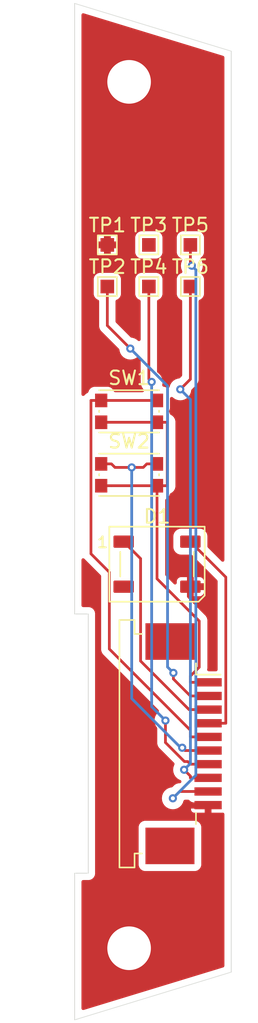
<source format=kicad_pcb>
(kicad_pcb (version 20240108) (generator "pcbnew") (generator_version "8.0")
  (layers (0 "F.Cu" signal) (31 "B.Cu" signal) (34 "B.Paste" user) (35 "F.Paste" user) (36 "B.SilkS" user "B.Silkscreen") (37 "F.SilkS" user "F.Silkscreen") (38 "B.Mask" user) (39 "F.Mask" user) (44 "Edge.Cuts" user))
  (net 0 "")
  (net 1 "3V")
  (net 2 "GND")
  (net 3 "LED_T")
  (net 5 "T_DOWN")
  (net 6 "T_UP")
  (net 7 "T_LEFT")
  (net 8 "T_RIGHT")
  (net 9 "A")
  (net 10 "11")
  (net 11 "1")
  (footprint "TestPoint:TestPoint_Pad_1.0x1.0mm" (layer "F.Cu") (at 152.4 75.5)
    (property "Reference" "TP2" (at 0 -1.448 0) (layer "F.SilkS"))
    (property "Value" "TestPoint")
    (fp_line (start -0.7 -0.7) (end 0.7 -0.7) (stroke (width 0.12)) (layer "F.SilkS"))
    (fp_line (start -0.7 0.7) (end -0.7 -0.7) (stroke (width 0.12)) (layer "F.SilkS"))
    (fp_line (start 0.7 -0.7) (end 0.7 0.7) (stroke (width 0.12)) (layer "F.SilkS"))
    (fp_line (start 0.7 0.7) (end -0.7 0.7) (stroke (width 0.12)) (layer "F.SilkS"))
    (pad "1" smd rect (at 0 0) (size 1 1) (layers "F.Cu" "F.Mask") (net 5 "T_DOWN"))
  )
  (footprint "Button_Switch_SMD:SW_Push_1P1T_NO_CK_KMR2" (layer "F.Cu") (at 154 84.65)
    (property "Reference" "SW1" (at 0 -2.45 0) (layer "F.SilkS"))
    (property "Value" "SW_SPST")
    (fp_line (start -2.2 0.05) (end -2.2 -0.05) (stroke (width 0.12)) (layer "F.SilkS"))
    (fp_line (start -2.2 1.55) (end 2.2 1.55) (stroke (width 0.12)) (layer "F.SilkS"))
    (fp_line (start 2.2 -1.55) (end -2.2 -1.55) (stroke (width 0.12)) (layer "F.SilkS"))
    (fp_line (start 2.2 0.05) (end 2.2 -0.05) (stroke (width 0.12)) (layer "F.SilkS"))
    (pad "1" smd rect (at -2.05 -0.8) (size 0.9 1) (layers "F.Cu" "F.Paste" "F.Mask") (net 10 "11"))
    (pad "1" smd rect (at 2.05 -0.8) (size 0.9 1) (layers "F.Cu" "F.Paste" "F.Mask") (net 10 "11"))
    (pad "2" smd rect (at -2.05 0.8) (size 0.9 1) (layers "F.Cu" "F.Paste" "F.Mask") (net 9 "A"))
    (pad "2" smd rect (at 2.05 0.8) (size 0.9 1) (layers "F.Cu" "F.Paste" "F.Mask") (net 9 "A"))
  )
  (footprint "TestPoint:TestPoint_Pad_1.0x1.0mm" (layer "F.Cu") (at 155.45 75.5)
    (property "Reference" "TP4" (at 0 -1.448 0) (layer "F.SilkS"))
    (property "Value" "TestPoint")
    (fp_line (start -0.7 -0.7) (end 0.7 -0.7) (stroke (width 0.12)) (layer "F.SilkS"))
    (fp_line (start -0.7 0.7) (end -0.7 -0.7) (stroke (width 0.12)) (layer "F.SilkS"))
    (fp_line (start 0.7 -0.7) (end 0.7 0.7) (stroke (width 0.12)) (layer "F.SilkS"))
    (fp_line (start 0.7 0.7) (end -0.7 0.7) (stroke (width 0.12)) (layer "F.SilkS"))
    (pad "1" smd rect (at 0 0) (size 1 1) (layers "F.Cu" "F.Mask") (net 8 "T_RIGHT"))
  )
  (footprint "TestPoint:TestPoint_Pad_1.0x1.0mm" (layer "F.Cu") (at 152.4 72.45)
    (property "Reference" "TP1" (at 0 -1.448 0) (layer "F.SilkS"))
    (property "Value" "TestPoint")
    (fp_line (start -0.7 -0.7) (end 0.7 -0.7) (stroke (width 0.12)) (layer "F.SilkS"))
    (fp_line (start -0.7 0.7) (end -0.7 -0.7) (stroke (width 0.12)) (layer "F.SilkS"))
    (fp_line (start 0.7 -0.7) (end 0.7 0.7) (stroke (width 0.12)) (layer "F.SilkS"))
    (fp_line (start 0.7 0.7) (end -0.7 0.7) (stroke (width 0.12)) (layer "F.SilkS"))
    (pad "1" smd rect (at 0 0) (size 1 1) (layers "F.Cu" "F.Mask") (net 2 "GND"))
  )
  (footprint "MountingHole:MountingHole_3.2mm_M3" (layer "F.Cu") (at 154 124)
    (property "Reference" "REF**" (hide yes))
    (property "Value" "MountingHole_3.2mm_M3")
    (pad "" np_thru_hole circle (at 0 0) (size 3.2 3.2) (drill 3.2) (layers "*.Cu" "*.Mask"))
  )
  (footprint "TestPoint:TestPoint_Pad_1.0x1.0mm" (layer "F.Cu") (at 155.45 72.45)
    (property "Reference" "TP3" (at 0 -1.448 0) (layer "F.SilkS"))
    (property "Value" "TestPoint")
    (fp_line (start -0.7 -0.7) (end 0.7 -0.7) (stroke (width 0.12)) (layer "F.SilkS"))
    (fp_line (start -0.7 0.7) (end -0.7 -0.7) (stroke (width 0.12)) (layer "F.SilkS"))
    (fp_line (start 0.7 -0.7) (end 0.7 0.7) (stroke (width 0.12)) (layer "F.SilkS"))
    (fp_line (start 0.7 0.7) (end -0.7 0.7) (stroke (width 0.12)) (layer "F.SilkS"))
    (pad "1" smd rect (at 0 0) (size 1 1) (layers "F.Cu" "F.Mask"))
  )
  (footprint "MountingHole:MountingHole_3.2mm_M3" (layer "F.Cu") (at 154 60.5)
    (property "Reference" "REF**" (hide yes))
    (property "Value" "MountingHole_3.2mm_M3")
    (pad "" np_thru_hole circle (at 0 0) (size 3.2 3.2) (drill 3.2) (layers "*.Cu" "*.Mask"))
  )
  (footprint "LED_SMD:LED_WS2812B_PLCC4_5.0x5.0mm_P3.2mm" (layer "F.Cu") (at 156.05 95.85)
    (property "Reference" "D1" (at 0 -3.5 0) (layer "F.SilkS"))
    (property "Value" "WS2812B")
    (fp_line (start -3.5 -2.75) (end -3.5 2.75) (stroke (width 0.12)) (layer "F.SilkS"))
    (fp_line (start -3.5 -2.75) (end 3.5 -2.75) (stroke (width 0.12)) (layer "F.SilkS"))
    (fp_line (start -3.5 2.75) (end 3.05 2.75) (stroke (width 0.12)) (layer "F.SilkS"))
    (fp_line (start -2.7 0.9) (end -2.7 -0.9) (stroke (width 0.12)) (layer "F.SilkS"))
    (fp_line (start 2.7 0.9) (end 2.7 -0.9) (stroke (width 0.12)) (layer "F.SilkS"))
    (fp_line (start 3.05 2.75) (end 3.5 2.3) (stroke (width 0.12)) (layer "F.SilkS"))
    (fp_line (start 3.5 2.3) (end 3.5 -2.75) (stroke (width 0.12)) (layer "F.SilkS"))
    (fp_text user "1" (at -4 -1.6 0) (layer "F.SilkS") (effects (font (size 0.8 0.8))))
    (pad "1" smd roundrect (at -2.45 -1.65) (size 1.5 0.9) (layers "F.Cu" "F.Paste" "F.Mask") (roundrect_rratio 0.1) (net 1 "3V"))
    (pad "2" smd roundrect (at -2.45 1.65) (size 1.5 0.9) (layers "F.Cu" "F.Paste" "F.Mask") (roundrect_rratio 0.1))
    (pad "3" smd roundrect (at 2.45 1.65) (size 1.5 0.9) (layers "F.Cu" "F.Paste" "F.Mask") (roundrect_rratio 0.1) (net 2 "GND"))
    (pad "4" smd roundrect (at 2.45 -1.65) (size 1.5 0.9) (layers "F.Cu" "F.Paste" "F.Mask") (roundrect_rratio 0.1) (net 3 "LED_T"))
  )
  (footprint "TestPoint:TestPoint_Pad_1.0x1.0mm" (layer "F.Cu") (at 158.5 75.5)
    (property "Reference" "TP6" (at 0 -1.448 0) (layer "F.SilkS"))
    (property "Value" "TestPoint")
    (fp_line (start -0.7 -0.7) (end 0.7 -0.7) (stroke (width 0.12)) (layer "F.SilkS"))
    (fp_line (start -0.7 0.7) (end -0.7 -0.7) (stroke (width 0.12)) (layer "F.SilkS"))
    (fp_line (start 0.7 -0.7) (end 0.7 0.7) (stroke (width 0.12)) (layer "F.SilkS"))
    (fp_line (start 0.7 0.7) (end -0.7 0.7) (stroke (width 0.12)) (layer "F.SilkS"))
    (pad "1" smd rect (at 0 0) (size 1 1) (layers "F.Cu" "F.Mask") (net 7 "T_LEFT"))
  )
  (footprint "Button_Switch_SMD:SW_Push_1P1T_NO_CK_KMR2" (layer "F.Cu") (at 154 89.3)
    (property "Reference" "SW2" (at 0 -2.45 0) (layer "F.SilkS"))
    (property "Value" "SW_SPST")
    (fp_line (start -2.2 0.05) (end -2.2 -0.05) (stroke (width 0.12)) (layer "F.SilkS"))
    (fp_line (start -2.2 1.55) (end 2.2 1.55) (stroke (width 0.12)) (layer "F.SilkS"))
    (fp_line (start 2.2 -1.55) (end -2.2 -1.55) (stroke (width 0.12)) (layer "F.SilkS"))
    (fp_line (start 2.2 0.05) (end 2.2 -0.05) (stroke (width 0.12)) (layer "F.SilkS"))
    (pad "1" smd rect (at -2.05 -0.8) (size 0.9 1) (layers "F.Cu" "F.Paste" "F.Mask") (net 11 "1"))
    (pad "1" smd rect (at 2.05 -0.8) (size 0.9 1) (layers "F.Cu" "F.Paste" "F.Mask") (net 11 "1"))
    (pad "2" smd rect (at -2.05 0.8) (size 0.9 1) (layers "F.Cu" "F.Paste" "F.Mask") (net 9 "A"))
    (pad "2" smd rect (at 2.05 0.8) (size 0.9 1) (layers "F.Cu" "F.Paste" "F.Mask") (net 9 "A"))
  )
  (footprint "TestPoint:TestPoint_Pad_1.0x1.0mm" (layer "F.Cu") (at 158.5 72.45)
    (property "Reference" "TP5" (at 0 -1.448 0) (layer "F.SilkS"))
    (property "Value" "TestPoint")
    (fp_line (start -0.7 -0.7) (end 0.7 -0.7) (stroke (width 0.12)) (layer "F.SilkS"))
    (fp_line (start -0.7 0.7) (end -0.7 -0.7) (stroke (width 0.12)) (layer "F.SilkS"))
    (fp_line (start 0.7 -0.7) (end 0.7 0.7) (stroke (width 0.12)) (layer "F.SilkS"))
    (fp_line (start 0.7 0.7) (end -0.7 0.7) (stroke (width 0.12)) (layer "F.SilkS"))
    (pad "1" smd rect (at 0 0) (size 1 1) (layers "F.Cu" "F.Mask") (net 6 "T_UP"))
  )
  (footprint "Connector_FFC-FPC:TE_1-84952-0_1x10-1MP_P1.0mm_Horizontal" (layer "F.Cu") (at 158 109.01 -90)
    (property "Reference" "J1" (hide yes))
    (property "Value" "Conn_01x10" (hide yes))
    (fp_line (start 9.070001 4.709997) (end -9.069998 4.709996) (stroke (width 0.12)) (layer "F.SilkS"))
    (fp_line (start -9.069998 4.709996) (end -9.07 3.599999) (stroke (width 0.12)) (layer "F.SilkS"))
    (fp_line (start 8.044995 3.600005) (end 9.069999 3.599997) (stroke (width 0.12)) (layer "F.SilkS"))
    (fp_line (start -8.045006 3.600003) (end -8.045002 3.060001) (stroke (width 0.12)) (layer "F.SilkS"))
    (fp_line (start -9.07 3.599999) (end -8.045006 3.600003) (stroke (width 0.12)) (layer "F.SilkS"))
    (fp_line (start 9.069999 3.599997) (end 9.070001 4.709997) (stroke (width 0.12)) (layer "F.SilkS"))
    (fp_line (start 8.044998 3.06) (end 8.044995 3.600005) (stroke (width 0.12)) (layer "F.SilkS"))
    (fp_line (start -5.065002 -0.909997) (end -5.064997 -2.710006) (stroke (width 0.12)) (layer "F.SilkS"))
    (fp_line (start -5.89 -0.91) (end -5.065002 -0.909997) (stroke (width 0.12)) (layer "F.SilkS"))
    (fp_line (start 5.065 -0.910004) (end 5.889996 -0.909999) (stroke (width 0.12)) (layer "F.SilkS"))
    (pad "1" smd rect (at -4.500002 -1.800007 270) (size 0.61 2) (layers "F.Cu" "F.Paste" "F.Mask") (net 9 "A"))
    (pad "2" smd rect (at -3.499999 -1.799994 270) (size 0.61 2) (layers "F.Cu" "F.Paste" "F.Mask") (net 5 "T_DOWN"))
    (pad "3" smd rect (at -2.500005 -1.8 270) (size 0.61 2) (layers "F.Cu" "F.Paste" "F.Mask") (net 1 "3V"))
    (pad "4" smd rect (at -1.500001 -1.799999 270) (size 0.61 2) (layers "F.Cu" "F.Paste" "F.Mask") (net 3 "LED_T"))
    (pad "5" smd rect (at -0.499998 -1.799999 270) (size 0.61 2) (layers "F.Cu" "F.Paste" "F.Mask") (net 10 "11"))
    (pad "6" smd rect (at 0.5 -1.799997 270) (size 0.61 2) (layers "F.Cu" "F.Paste" "F.Mask") (net 11 "1"))
    (pad "7" smd rect (at 1.499997 -1.800004 270) (size 0.61 2) (layers "F.Cu" "F.Paste" "F.Mask") (net 8 "T_RIGHT"))
    (pad "8" smd rect (at 2.500005 -1.800003 270) (size 0.61 2) (layers "F.Cu" "F.Paste" "F.Mask") (net 7 "T_LEFT"))
    (pad "9" smd rect (at 3.499994 -1.799996 270) (size 0.61 2) (layers "F.Cu" "F.Paste" "F.Mask") (net 6 "T_UP"))
    (pad "10" smd rect (at 4.500001 -1.800001 270) (size 0.61 2) (layers "F.Cu" "F.Paste" "F.Mask") (net 2 "GND"))
    (pad "MP" smd rect (at -7.489998 0.999998 270) (size 2.68 3.6) (layers "F.Cu" "F.Paste" "F.Mask"))
    (pad "MP" smd rect (at 7.489997 0.999998 270) (size 2.68 3.6) (layers "F.Cu" "F.Paste" "F.Mask"))
  )
  (gr_line (start 151 99.5) (end 150 99.5) (stroke (width 0.05)) (layer "Edge.Cuts"))
  (gr_line (start 150 129.25) (end 150 118.5) (stroke (width 0.05)) (layer "Edge.Cuts"))
  (gr_line (start 150 129.25) (end 161.5 125.75) (stroke (width 0.05)) (layer "Edge.Cuts"))
  (gr_line (start 150 54.75) (end 150 99.5) (stroke (width 0.05)) (layer "Edge.Cuts"))
  (gr_line (start 150 118.5) (end 151 118.5) (stroke (width 0.05)) (layer "Edge.Cuts"))
  (gr_line (start 150 54.75) (end 161.5 58.25) (stroke (width 0.05)) (layer "Edge.Cuts"))
  (gr_line (start 161.5 125.75) (end 161.5 58.25) (stroke (width 0.05)) (layer "Edge.Cuts"))
  (gr_line (start 151 118.5) (end 151 99.5) (stroke (width 0.05)) (layer "Edge.Cuts"))
  (segment (start 154.843 95.443) (end 153.6 94.2) (width 0.2) (layer "F.Cu") (net 1))
  (segment (start 158.4038 106.51) (end 154.843 102.9492) (width 0.2) (layer "F.Cu") (net 1))
  (segment (start 159.8 106.51) (end 158.4038 106.51) (width 0.2) (layer "F.Cu") (net 1))
  (segment (start 154.843 102.9492) (end 154.843 95.443) (width 0.2) (layer "F.Cu") (net 1))
  (segment (start 159.8 107.51) (end 161.1017 107.51) (width 0.2) (layer "F.Cu") (net 3))
  (segment (start 161.1017 107.51) (end 161.1017 96.8017) (width 0.2) (layer "F.Cu") (net 3))
  (segment (start 161.1017 96.8017) (end 158.5 94.2) (width 0.2) (layer "F.Cu") (net 3))
  (segment (start 159.8 105.51) (end 158.4983 105.51) (width 0.2) (layer "F.Cu") (net 5))
  (segment (start 152.4 78.3605) (end 152.4 75.5) (width 0.2) (layer "F.Cu") (net 5))
  (segment (start 158.4983 105.51) (end 157.253 104.2647) (width 0.2) (layer "F.Cu") (net 5))
  (segment (start 157.253 104.2647) (end 157.253 103.8177) (width 0.2) (layer "F.Cu") (net 5))
  (segment (start 154.0875 80.048) (end 152.4 78.3605) (width 0.2) (layer "F.Cu") (net 5))
  (via (at 154.0875 80.048) (size 0.6) (drill 0.3) (layers "F.Cu" "B.Cu") (net 5))
  (via (at 157.253 103.8177) (size 0.6) (drill 0.3) (layers "F.Cu" "B.Cu") (net 5))
  (segment (start 157.253 103.8177) (end 156.8239 103.3886) (width 0.2) (layer "B.Cu") (net 5))
  (segment (start 156.8239 82.7844) (end 154.0875 80.048) (width 0.2) (layer "B.Cu") (net 5))
  (segment (start 156.8239 103.3886) (end 156.8239 82.7844) (width 0.2) (layer "B.Cu") (net 5))
  (segment (start 158.6082 73.975) (end 158.5 73.8668) (width 0.2) (layer "F.Cu") (net 6))
  (segment (start 158.5 73.8668) (end 158.5 72.45) (width 0.2) (layer "F.Cu") (net 6))
  (segment (start 159.8 112.51) (end 157.7125 112.51) (width 0.2) (layer "F.Cu") (net 6))
  (segment (start 157.7125 112.51) (end 157.2125 113.01) (width 0.2) (layer "F.Cu") (net 6))
  (via (at 158.6082 73.975) (size 0.6) (drill 0.3) (layers "F.Cu" "B.Cu") (net 6))
  (via (at 157.2125 113.01) (size 0.6) (drill 0.3) (layers "F.Cu" "B.Cu") (net 6))
  (segment (start 158.9034 111.3191) (end 158.9034 74.2702) (width 0.2) (layer "B.Cu") (net 6))
  (segment (start 158.9034 74.2702) (end 158.6082 73.975) (width 0.2) (layer "B.Cu") (net 6))
  (segment (start 157.2125 113.01) (end 158.9034 111.3191) (width 0.2) (layer "B.Cu") (net 6))
  (segment (start 158.4983 111.51) (end 158.4983 111.3763) (width 0.2) (layer "F.Cu") (net 7))
  (segment (start 158.5 82.2931) (end 158.5 75.5) (width 0.2) (layer "F.Cu") (net 7))
  (segment (start 159.8 111.51) (end 158.4983 111.51) (width 0.2) (layer "F.Cu") (net 7))
  (segment (start 158.4983 111.3763) (end 158.0403 110.9183) (width 0.2) (layer "F.Cu") (net 7))
  (segment (start 157.7571 83.036) (end 158.5 82.2931) (width 0.2) (layer "F.Cu") (net 7))
  (via (at 157.7571 83.036) (size 0.6) (drill 0.3) (layers "F.Cu" "B.Cu") (net 7))
  (via (at 158.0403 110.9183) (size 0.6) (drill 0.3) (layers "F.Cu" "B.Cu") (net 7))
  (segment (start 158.5017 110.4569) (end 158.0403 110.9183) (width 0.2) (layer "B.Cu") (net 7))
  (segment (start 158.5017 83.7806) (end 158.5017 110.4569) (width 0.2) (layer "B.Cu") (net 7))
  (segment (start 157.7571 83.036) (end 158.5017 83.7806) (width 0.2) (layer "B.Cu") (net 7))
  (segment (start 155.45 82.2879) (end 155.45 75.5) (width 0.2) (layer "F.Cu") (net 8))
  (segment (start 158.3049 110.3166) (end 158.4983 110.51) (width 0.2) (layer "F.Cu") (net 8))
  (segment (start 156.6687 108.923) (end 158.0623 110.3166) (width 0.2) (layer "F.Cu") (net 8))
  (segment (start 156.6687 107.3125) (end 156.6687 108.923) (width 0.2) (layer "F.Cu") (net 8))
  (segment (start 155.6563 82.4942) (end 155.45 82.2879) (width 0.2) (layer "F.Cu") (net 8))
  (segment (start 158.0623 110.3166) (end 158.3049 110.3166) (width 0.2) (layer "F.Cu") (net 8))
  (segment (start 159.8 110.51) (end 158.4983 110.51) (width 0.2) (layer "F.Cu") (net 8))
  (via (at 156.6687 107.3125) (size 0.6) (drill 0.3) (layers "F.Cu" "B.Cu") (net 8))
  (via (at 155.6563 82.4942) (size 0.6) (drill 0.3) (layers "F.Cu" "B.Cu") (net 8))
  (segment (start 156.6687 107.3125) (end 155.6563 106.3001) (width 0.2) (layer "B.Cu") (net 8))
  (segment (start 155.6563 106.3001) (end 155.6563 82.4942) (width 0.2) (layer "B.Cu") (net 8))
  (segment (start 156.05 90.1) (end 156.8017 90.1) (width 0.2) (layer "F.Cu") (net 9))
  (segment (start 158.4983 104.055) (end 159.1491 103.4042) (width 0.2) (layer "F.Cu") (net 9))
  (segment (start 156.05 90.1) (end 152.7017 90.1) (width 0.2) (layer "F.Cu") (net 9))
  (segment (start 156.8017 85.45) (end 156.8017 90.1) (width 0.2) (layer "F.Cu") (net 9))
  (segment (start 159.1491 100.0167) (end 156.05 96.9176) (width 0.2) (layer "F.Cu") (net 9))
  (segment (start 151.95 90.1) (end 152.7017 90.1) (width 0.2) (layer "F.Cu") (net 9))
  (segment (start 159.1491 103.4042) (end 159.1491 100.0167) (width 0.2) (layer "F.Cu") (net 9))
  (segment (start 156.05 85.45) (end 156.8017 85.45) (width 0.2) (layer "F.Cu") (net 9))
  (segment (start 159.8 104.51) (end 158.4983 104.51) (width 0.2) (layer "F.Cu") (net 9))
  (segment (start 156.05 96.9176) (end 156.05 90.1) (width 0.2) (layer "F.Cu") (net 9))
  (segment (start 158.4983 104.51) (end 158.4983 104.055) (width 0.2) (layer "F.Cu") (net 9))
  (segment (start 151.95 85.45) (end 156.05 85.45) (width 0.2) (layer "F.Cu") (net 9))
  (segment (start 158.4983 108.0165) (end 152.548 102.0662) (width 0.2) (layer "F.Cu") (net 10))
  (segment (start 151.1983 95.0878) (end 151.1983 83.85) (width 0.2) (layer "F.Cu") (net 10))
  (segment (start 152.548 102.0662) (end 152.548 96.4375) (width 0.2) (layer "F.Cu") (net 10))
  (segment (start 158.4983 108.51) (end 158.4983 108.0165) (width 0.2) (layer "F.Cu") (net 10))
  (segment (start 151.95 83.85) (end 151.1983 83.85) (width 0.2) (layer "F.Cu") (net 10))
  (segment (start 155.2983 83.85) (end 151.95 83.85) (width 0.2) (layer "F.Cu") (net 10))
  (segment (start 156.05 83.85) (end 155.2983 83.85) (width 0.2) (layer "F.Cu") (net 10))
  (segment (start 152.548 96.4375) (end 151.1983 95.0878) (width 0.2) (layer "F.Cu") (net 10))
  (segment (start 159.8 108.51) (end 158.4983 108.51) (width 0.2) (layer "F.Cu") (net 10))
  (segment (start 152.9607 88.759) (end 154.1907 88.759) (width 0.2) (layer "F.Cu") (net 11))
  (segment (start 156.05 88.5) (end 155.2983 88.5) (width 0.2) (layer "F.Cu") (net 11))
  (segment (start 152.7017 88.5) (end 152.9607 88.759) (width 0.2) (layer "F.Cu") (net 11))
  (segment (start 151.95 88.5) (end 152.7017 88.5) (width 0.2) (layer "F.Cu") (net 11))
  (segment (start 158.1065 109.51) (end 157.8999 109.3034) (width 0.2) (layer "F.Cu") (net 11))
  (segment (start 159.8 109.51) (end 158.1065 109.51) (width 0.2) (layer "F.Cu") (net 11))
  (segment (start 155.0393 88.759) (end 155.2983 88.5) (width 0.2) (layer "F.Cu") (net 11))
  (segment (start 154.1907 88.759) (end 155.0393 88.759) (width 0.2) (layer "F.Cu") (net 11))
  (via (at 154.1907 88.759) (size 0.6) (drill 0.3) (layers "F.Cu" "B.Cu") (net 11))
  (via (at 157.8999 109.3034) (size 0.6) (drill 0.3) (layers "F.Cu" "B.Cu") (net 11))
  (segment (start 157.794 109.3034) (end 154.1907 105.7001) (width 0.2) (layer "B.Cu") (net 11))
  (segment (start 154.1907 105.7001) (end 154.1907 88.759) (width 0.2) (layer "B.Cu") (net 11))
  (segment (start 157.8999 109.3034) (end 157.794 109.3034) (width 0.2) (layer "B.Cu") (net 11))
  (zone (net 2) (net_name "GND") (layers "F&B.Cu") (connect_pads (clearance 0.5)) (min_thickness 0.25) (fill yes (thermal_gap 0.25) (thermal_bridge_width 0.5))
    (polygon (pts (xy 150 54.5) (xy 161.5 58) (xy 161.5 126) (xy 150 129.5)))
  )
)
</source>
